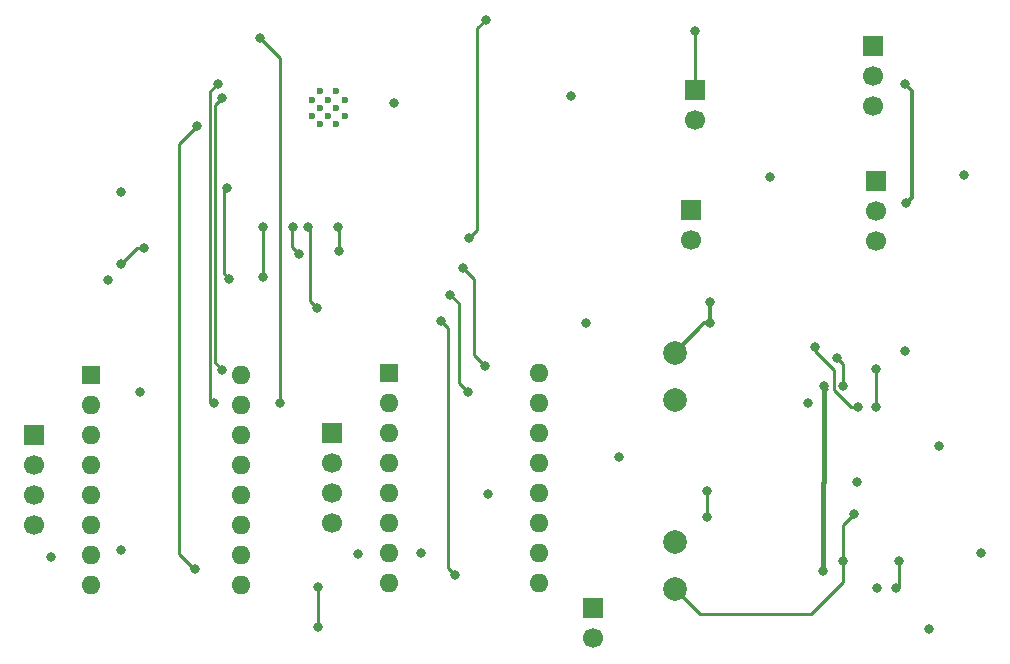
<source format=gbl>
%TF.GenerationSoftware,KiCad,Pcbnew,9.0.6*%
%TF.CreationDate,2025-11-17T01:57:32-05:00*%
%TF.ProjectId,DoodleBot,446f6f64-6c65-4426-9f74-2e6b69636164,rev?*%
%TF.SameCoordinates,Original*%
%TF.FileFunction,Copper,L2,Bot*%
%TF.FilePolarity,Positive*%
%FSLAX46Y46*%
G04 Gerber Fmt 4.6, Leading zero omitted, Abs format (unit mm)*
G04 Created by KiCad (PCBNEW 9.0.6) date 2025-11-17 01:57:32*
%MOMM*%
%LPD*%
G01*
G04 APERTURE LIST*
%TA.AperFunction,ComponentPad*%
%ADD10C,2.000000*%
%TD*%
%TA.AperFunction,ComponentPad*%
%ADD11R,1.700000X1.700000*%
%TD*%
%TA.AperFunction,ComponentPad*%
%ADD12C,1.700000*%
%TD*%
%TA.AperFunction,HeatsinkPad*%
%ADD13C,0.600000*%
%TD*%
%TA.AperFunction,ComponentPad*%
%ADD14R,1.600000X1.600000*%
%TD*%
%TA.AperFunction,ComponentPad*%
%ADD15O,1.600000X1.600000*%
%TD*%
%TA.AperFunction,ViaPad*%
%ADD16C,0.800000*%
%TD*%
%TA.AperFunction,Conductor*%
%ADD17C,0.250000*%
%TD*%
%TA.AperFunction,Conductor*%
%ADD18C,0.300000*%
%TD*%
%TA.AperFunction,Conductor*%
%ADD19C,0.390000*%
%TD*%
G04 APERTURE END LIST*
D10*
%TO.P,L2,2,2*%
%TO.N,+5V*%
X119881185Y-108359064D03*
%TO.P,L2,1,1*%
%TO.N,Net-(5V_Converter1-FB)*%
X119881185Y-112359064D03*
%TD*%
%TO.P,L1,1,1*%
%TO.N,Net-(3.3V_Converter1-SW)*%
X119950000Y-128400000D03*
%TO.P,L1,2,2*%
%TO.N,+3V3*%
X119950000Y-124400000D03*
%TD*%
D11*
%TO.P,J7,1,Pin_1*%
%TO.N,SERVO_ERASER*%
X136700000Y-82440000D03*
D12*
%TO.P,J7,2,Pin_2*%
%TO.N,+5V*%
X136700000Y-84980000D03*
%TO.P,J7,3,Pin_3*%
%TO.N,GND*%
X136700000Y-87520000D03*
%TD*%
D11*
%TO.P,J6,1,Pin_1*%
%TO.N,SERVO_MARKER*%
X136900000Y-93800000D03*
D12*
%TO.P,J6,2,Pin_2*%
%TO.N,+5V*%
X136900000Y-96340000D03*
%TO.P,J6,3,Pin_3*%
%TO.N,GND*%
X136900000Y-98880000D03*
%TD*%
D11*
%TO.P,J5,1,Pin_1*%
%TO.N,Net-(J5-Pin_1)*%
X121600000Y-86125000D03*
D12*
%TO.P,J5,2,Pin_2*%
%TO.N,GND*%
X121600000Y-88665000D03*
%TD*%
D11*
%TO.P,J4,1,Pin_1*%
%TO.N,BUZZER_LOGIC*%
X121300000Y-96300000D03*
D12*
%TO.P,J4,2,Pin_2*%
%TO.N,GND*%
X121300000Y-98840000D03*
%TD*%
D11*
%TO.P,J2,1,Pin_1*%
%TO.N,Net-(A2-1B)*%
X90900000Y-115200000D03*
D12*
%TO.P,J2,2,Pin_2*%
%TO.N,Net-(A2-1A)*%
X90900000Y-117740000D03*
%TO.P,J2,3,Pin_3*%
%TO.N,Net-(A2-2A)*%
X90900000Y-120280000D03*
%TO.P,J2,4,Pin_4*%
%TO.N,Net-(A2-2B)*%
X90900000Y-122820000D03*
%TD*%
D11*
%TO.P,J1,1,Pin_1*%
%TO.N,Net-(A1-1B)*%
X65660000Y-115300000D03*
D12*
%TO.P,J1,2,Pin_2*%
%TO.N,Net-(A1-1A)*%
X65660000Y-117840000D03*
%TO.P,J1,3,Pin_3*%
%TO.N,Net-(A1-2A)*%
X65660000Y-120380000D03*
%TO.P,J1,4,Pin_4*%
%TO.N,Net-(A1-2B)*%
X65660000Y-122920000D03*
%TD*%
D11*
%TO.P,Battery1,1,+*%
%TO.N,+12V*%
X113000000Y-130000000D03*
D12*
%TO.P,Battery1,2,-*%
%TO.N,GND*%
X113000000Y-132540000D03*
%TD*%
D13*
%TO.P,U1,41,GND*%
%TO.N,GND*%
X89150000Y-86950000D03*
X89150000Y-88350000D03*
X89850000Y-86250000D03*
X89850000Y-87650000D03*
X89850000Y-89050000D03*
X90550000Y-86950000D03*
X90550000Y-88350000D03*
X91250000Y-86250000D03*
X91250000Y-87650000D03*
X91250000Y-89050000D03*
X91950000Y-86950000D03*
X91950000Y-88350000D03*
%TD*%
D14*
%TO.P,A1,1,GND*%
%TO.N,GND*%
X70520000Y-110250000D03*
D15*
%TO.P,A1,2,VDD*%
%TO.N,+3V3*%
X70520000Y-112790000D03*
%TO.P,A1,3,1B*%
%TO.N,Net-(A1-1B)*%
X70520000Y-115330000D03*
%TO.P,A1,4,1A*%
%TO.N,Net-(A1-1A)*%
X70520000Y-117870000D03*
%TO.P,A1,5,2A*%
%TO.N,Net-(A1-2A)*%
X70520000Y-120410000D03*
%TO.P,A1,6,2B*%
%TO.N,Net-(A1-2B)*%
X70520000Y-122950000D03*
%TO.P,A1,7,GND*%
%TO.N,GND*%
X70520000Y-125490000D03*
%TO.P,A1,8,VMOT*%
%TO.N,+12V*%
X70520000Y-128030000D03*
%TO.P,A1,9,~{ENABLE}*%
%TO.N,DRIVER1_ENABLE*%
X83220000Y-128030000D03*
%TO.P,A1,10,MS1*%
%TO.N,+3V3*%
X83220000Y-125490000D03*
%TO.P,A1,11,MS2*%
X83220000Y-122950000D03*
%TO.P,A1,12,MS3*%
X83220000Y-120410000D03*
%TO.P,A1,13,~{RESET}*%
X83220000Y-117870000D03*
%TO.P,A1,14,~{SLEEP}*%
X83220000Y-115330000D03*
%TO.P,A1,15,STEP*%
%TO.N,DRIVER1_STEP*%
X83220000Y-112790000D03*
%TO.P,A1,16,DIR*%
%TO.N,DRIVER1_DIRECTION*%
X83220000Y-110250000D03*
%TD*%
D14*
%TO.P,A2,1,GND*%
%TO.N,GND*%
X95700000Y-110100000D03*
D15*
%TO.P,A2,2,VDD*%
%TO.N,+3V3*%
X95700000Y-112640000D03*
%TO.P,A2,3,1B*%
%TO.N,Net-(A2-1B)*%
X95700000Y-115180000D03*
%TO.P,A2,4,1A*%
%TO.N,Net-(A2-1A)*%
X95700000Y-117720000D03*
%TO.P,A2,5,2A*%
%TO.N,Net-(A2-2A)*%
X95700000Y-120260000D03*
%TO.P,A2,6,2B*%
%TO.N,Net-(A2-2B)*%
X95700000Y-122800000D03*
%TO.P,A2,7,GND*%
%TO.N,GND*%
X95700000Y-125340000D03*
%TO.P,A2,8,VMOT*%
%TO.N,+12V*%
X95700000Y-127880000D03*
%TO.P,A2,9,~{ENABLE}*%
%TO.N,DRIVER2_ENABLE*%
X108400000Y-127880000D03*
%TO.P,A2,10,MS1*%
%TO.N,+3V3*%
X108400000Y-125340000D03*
%TO.P,A2,11,MS2*%
X108400000Y-122800000D03*
%TO.P,A2,12,MS3*%
X108400000Y-120260000D03*
%TO.P,A2,13,~{RESET}*%
X108400000Y-117720000D03*
%TO.P,A2,14,~{SLEEP}*%
X108400000Y-115180000D03*
%TO.P,A2,15,STEP*%
%TO.N,DRIVER2_STEP*%
X108400000Y-112640000D03*
%TO.P,A2,16,DIR*%
%TO.N,DRIVER2_DIRECTION*%
X108400000Y-110100000D03*
%TD*%
D16*
%TO.N,GND*%
X89700000Y-131600000D03*
X89700000Y-128200000D03*
X71900000Y-102200000D03*
X93051554Y-125421882D03*
X98400000Y-125300000D03*
X135300000Y-119300000D03*
X112400000Y-105900000D03*
X115200000Y-117200000D03*
X74600000Y-111700000D03*
X104100000Y-120300000D03*
X73000000Y-94800000D03*
X96100000Y-87200000D03*
X111100000Y-86600000D03*
X127967673Y-93497710D03*
X144400000Y-93300000D03*
X142300000Y-116300000D03*
X141400000Y-131800000D03*
X131200000Y-112600000D03*
X67100000Y-125700000D03*
X73000000Y-125100000D03*
%TO.N,SERVO_MARKER*%
X85000000Y-102000000D03*
X85065000Y-97690000D03*
%TO.N,BUZZER_LOGIC*%
X91415000Y-97690000D03*
X91500000Y-99800000D03*
%TO.N,+5V*%
X139400000Y-85640000D03*
X139500000Y-95740000D03*
%TO.N,+3V3*%
X86500000Y-112640000D03*
X84800000Y-81700000D03*
%TO.N,DRIVER1_STEP*%
X81200000Y-85600000D03*
X80900000Y-112600000D03*
%TO.N,DRIVER1_DIRECTION*%
X81600000Y-109800000D03*
X81600000Y-86825000D03*
%TO.N,DRIVER1_ENABLE*%
X79300000Y-126700000D03*
%TO.N,DRIVER2_ENABLE*%
X88875000Y-97690000D03*
X89600000Y-104600000D03*
X101300000Y-127200000D03*
X100100000Y-105700000D03*
%TO.N,DRIVER2_STEP*%
X82000000Y-94400000D03*
X82200000Y-102100000D03*
X100900000Y-103500000D03*
X102400000Y-111700000D03*
%TO.N,DRIVER2_DIRECTION*%
X87605000Y-97690000D03*
X88100000Y-100000000D03*
X102000000Y-101200000D03*
X103800000Y-109500000D03*
%TO.N,DRIVER1_ENABLE*%
X79450000Y-89150000D03*
%TO.N,LED_LOGIC*%
X102500000Y-98700000D03*
X103900000Y-80200000D03*
%TO.N,Net-(J5-Pin_1)*%
X121600000Y-81125000D03*
%TO.N,Net-(D1-A2)*%
X75000000Y-99500000D03*
X73000000Y-100850000D03*
%TO.N,Net-(3.3V_Converter1-SW)*%
X134150000Y-126050000D03*
%TO.N,+12V*%
X137025000Y-128300000D03*
X132475000Y-126875000D03*
%TO.N,Net-(5V_Converter1-EN)*%
X134150000Y-111200000D03*
X133656185Y-108859064D03*
%TO.N,Net-(5V_Converter1-BOOT)*%
X135381185Y-112959064D03*
%TO.N,Net-(5V_Converter1-FB)*%
X136981185Y-109784064D03*
X136981185Y-112959064D03*
%TO.N,+5V*%
X139381185Y-108259064D03*
X122906185Y-104059064D03*
X122906185Y-105859064D03*
%TO.N,Net-(5V_Converter1-BOOT)*%
X131756185Y-107859064D03*
%TO.N,Net-(5V_Converter1-EN)*%
X133656185Y-108859064D03*
%TO.N,+3V3*%
X122650000Y-122300000D03*
X122650000Y-120100000D03*
X145850000Y-125300000D03*
X145850000Y-125300000D03*
%TO.N,Net-(3.3V_Converter1-EN)*%
X138675000Y-128300000D03*
X138850000Y-126000000D03*
%TO.N,Net-(3.3V_Converter1-SW)*%
X135075000Y-122000000D03*
%TO.N,+12V*%
X132500000Y-111200000D03*
%TD*%
D17*
%TO.N,GND*%
X89700000Y-131600000D02*
X89700000Y-128200000D01*
%TO.N,Net-(3.3V_Converter1-SW)*%
X131450000Y-130500000D02*
X134150000Y-127800000D01*
X134150000Y-127800000D02*
X134150000Y-126050000D01*
X119950000Y-128400000D02*
X122050000Y-130500000D01*
X122050000Y-130500000D02*
X131450000Y-130500000D01*
%TO.N,SERVO_MARKER*%
X85000000Y-102000000D02*
X85000000Y-97755000D01*
X85000000Y-97755000D02*
X85065000Y-97690000D01*
%TO.N,+3V3*%
X86500000Y-112640000D02*
X86500000Y-83400000D01*
X86500000Y-83400000D02*
X84800000Y-81700000D01*
%TO.N,BUZZER_LOGIC*%
X91500000Y-97775000D02*
X91415000Y-97690000D01*
X91500000Y-99800000D02*
X91500000Y-97775000D01*
D18*
%TO.N,+5V*%
X140000000Y-95240000D02*
X139500000Y-95740000D01*
X139400000Y-85640000D02*
X140000000Y-86240000D01*
X140000000Y-86240000D02*
X140000000Y-95240000D01*
D17*
%TO.N,DRIVER1_STEP*%
X80549000Y-86251000D02*
X81200000Y-85600000D01*
X80549000Y-112451000D02*
X80549000Y-86251000D01*
X80698000Y-112600000D02*
X80549000Y-112451000D01*
X80900000Y-112600000D02*
X80698000Y-112600000D01*
%TO.N,DRIVER1_DIRECTION*%
X81000000Y-87425000D02*
X81600000Y-86825000D01*
X81000000Y-109200000D02*
X81000000Y-87425000D01*
X81600000Y-109800000D02*
X81000000Y-109200000D01*
%TO.N,DRIVER1_ENABLE*%
X77900000Y-125400000D02*
X79100000Y-126600000D01*
X77900000Y-90700000D02*
X77900000Y-125400000D01*
X79450000Y-89150000D02*
X77900000Y-90700000D01*
%TO.N,DRIVER2_ENABLE*%
X100700000Y-106300000D02*
X100100000Y-105700000D01*
X100700000Y-126600000D02*
X100700000Y-106300000D01*
X101300000Y-127200000D02*
X100700000Y-126600000D01*
X89000000Y-104000000D02*
X89000000Y-97815000D01*
X89600000Y-104600000D02*
X89000000Y-104000000D01*
X89000000Y-97815000D02*
X88875000Y-97690000D01*
%TO.N,DRIVER2_STEP*%
X81700000Y-101600000D02*
X82200000Y-102100000D01*
X82000000Y-94400000D02*
X81700000Y-94700000D01*
X81700000Y-94700000D02*
X81700000Y-101600000D01*
X101600000Y-110900000D02*
X102400000Y-111700000D01*
X100900000Y-103500000D02*
X101600000Y-104200000D01*
X101600000Y-104200000D02*
X101600000Y-110900000D01*
%TO.N,DRIVER2_DIRECTION*%
X87500000Y-97795000D02*
X87605000Y-97690000D01*
X87500000Y-99400000D02*
X87500000Y-97795000D01*
X88100000Y-100000000D02*
X87500000Y-99400000D01*
X102900000Y-108600000D02*
X103800000Y-109500000D01*
X102900000Y-102100000D02*
X102900000Y-108600000D01*
X102000000Y-101200000D02*
X102900000Y-102100000D01*
%TO.N,LED_LOGIC*%
X103200000Y-98000000D02*
X103200000Y-80900000D01*
X103200000Y-80900000D02*
X103900000Y-80200000D01*
X102500000Y-98700000D02*
X103200000Y-98000000D01*
%TO.N,Net-(J5-Pin_1)*%
X121600000Y-86125000D02*
X121600000Y-81125000D01*
%TO.N,Net-(D1-A2)*%
X74350000Y-99500000D02*
X75000000Y-99500000D01*
X73000000Y-100850000D02*
X74350000Y-99500000D01*
D19*
%TO.N,+12V*%
X132500000Y-119350000D02*
X132500000Y-111200000D01*
X132475000Y-126875000D02*
X132475000Y-119375000D01*
D17*
X132475000Y-119375000D02*
X132500000Y-119350000D01*
%TO.N,Net-(3.3V_Converter1-EN)*%
X138850000Y-128125000D02*
X138850000Y-126000000D01*
X138675000Y-128300000D02*
X138850000Y-128125000D01*
%TO.N,Net-(3.3V_Converter1-SW)*%
X134150000Y-122925000D02*
X135075000Y-122000000D01*
X134150000Y-126050000D02*
X134150000Y-122925000D01*
%TO.N,+12V*%
X132500000Y-111200000D02*
X132750388Y-111450388D01*
%TO.N,Net-(5V_Converter1-EN)*%
X133656185Y-108859064D02*
X134150000Y-109352879D01*
X134150000Y-109352879D02*
X134150000Y-111200000D01*
%TO.N,Net-(5V_Converter1-BOOT)*%
X131756185Y-108206185D02*
X131756185Y-107859064D01*
X134809064Y-112959064D02*
X133350000Y-111500000D01*
X135381185Y-112959064D02*
X134809064Y-112959064D01*
%TO.N,Net-(5V_Converter1-EN)*%
X133656185Y-108906185D02*
X133656185Y-108859064D01*
%TO.N,Net-(5V_Converter1-FB)*%
X136981185Y-112959064D02*
X136981185Y-109784064D01*
D18*
%TO.N,+5V*%
X122906185Y-105859064D02*
X122906185Y-104059064D01*
X122381185Y-105859064D02*
X122906185Y-105859064D01*
X119881185Y-108359064D02*
X122381185Y-105859064D01*
D17*
%TO.N,+3V3*%
X122650000Y-120100000D02*
X122650000Y-122300000D01*
%TO.N,Net-(5V_Converter1-BOOT)*%
X133350000Y-109800000D02*
X131756185Y-108206185D01*
X133350000Y-111500000D02*
X133350000Y-109800000D01*
%TD*%
M02*

</source>
